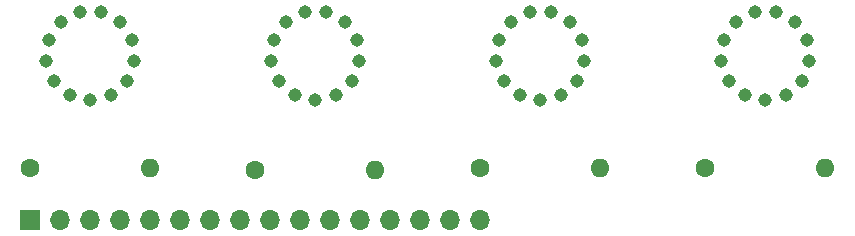
<source format=gbr>
%TF.GenerationSoftware,KiCad,Pcbnew,(6.0.5)*%
%TF.CreationDate,2022-05-25T01:16:54-04:00*%
%TF.ProjectId,in-16-carrier-rounded,696e2d31-362d-4636-9172-726965722d72,rev?*%
%TF.SameCoordinates,Original*%
%TF.FileFunction,Soldermask,Bot*%
%TF.FilePolarity,Negative*%
%FSLAX46Y46*%
G04 Gerber Fmt 4.6, Leading zero omitted, Abs format (unit mm)*
G04 Created by KiCad (PCBNEW (6.0.5)) date 2022-05-25 01:16:54*
%MOMM*%
%LPD*%
G01*
G04 APERTURE LIST*
%ADD10C,1.137920*%
%ADD11C,1.600000*%
%ADD12O,1.600000X1.600000*%
%ADD13R,1.700000X1.700000*%
%ADD14O,1.700000X1.700000*%
G04 APERTURE END LIST*
D10*
%TO.C,N2*%
X42707560Y-28722320D03*
X46192440Y-28722320D03*
X41960800Y-22590760D03*
X48176180Y-25852120D03*
X46939200Y-22590760D03*
X45346620Y-21755100D03*
X43553380Y-21755100D03*
X47538640Y-27531060D03*
X40723820Y-25852120D03*
X41361360Y-27531060D03*
X44450000Y-29154120D03*
X40939720Y-24069040D03*
X47960280Y-24069040D03*
%TD*%
D11*
%TO.C,R3*%
X58420000Y-34925000D03*
D12*
X68580000Y-34925000D03*
%TD*%
D11*
%TO.C,R1*%
X20320000Y-34925000D03*
D12*
X30480000Y-34925000D03*
%TD*%
D10*
%TO.C,N4*%
X80807560Y-28722320D03*
X84292440Y-28722320D03*
X80060800Y-22590760D03*
X86276180Y-25852120D03*
X85039200Y-22590760D03*
X83446620Y-21755100D03*
X81653380Y-21755100D03*
X85638640Y-27531060D03*
X78823820Y-25852120D03*
X79461360Y-27531060D03*
X82550000Y-29154120D03*
X79039720Y-24069040D03*
X86060280Y-24069040D03*
%TD*%
D13*
%TO.C,J1*%
X20320000Y-39370000D03*
D14*
X22860000Y-39370000D03*
X25400000Y-39370000D03*
X27940000Y-39370000D03*
X30480000Y-39370000D03*
X33020000Y-39370000D03*
X35560000Y-39370000D03*
X38100000Y-39370000D03*
X40640000Y-39370000D03*
X43180000Y-39370000D03*
X45720000Y-39370000D03*
X48260000Y-39370000D03*
X50800000Y-39370000D03*
X53340000Y-39370000D03*
X55880000Y-39370000D03*
X58420000Y-39370000D03*
%TD*%
D11*
%TO.C,R2*%
X39370000Y-35090880D03*
D12*
X49530000Y-35090880D03*
%TD*%
D10*
%TO.C,N1*%
X23657560Y-28722320D03*
X27142440Y-28722320D03*
X22910800Y-22590760D03*
X29126180Y-25852120D03*
X27889200Y-22590760D03*
X26296620Y-21755100D03*
X24503380Y-21755100D03*
X28488640Y-27531060D03*
X21673820Y-25852120D03*
X22311360Y-27531060D03*
X25400000Y-29154120D03*
X21889720Y-24069040D03*
X28910280Y-24069040D03*
%TD*%
D11*
%TO.C,R4*%
X77470000Y-34980880D03*
D12*
X87630000Y-34980880D03*
%TD*%
D10*
%TO.C,N3*%
X61757560Y-28722320D03*
X65242440Y-28722320D03*
X61010800Y-22590760D03*
X67226180Y-25852120D03*
X65989200Y-22590760D03*
X64396620Y-21755100D03*
X62603380Y-21755100D03*
X66588640Y-27531060D03*
X59773820Y-25852120D03*
X60411360Y-27531060D03*
X63500000Y-29154120D03*
X59989720Y-24069040D03*
X67010280Y-24069040D03*
%TD*%
M02*

</source>
